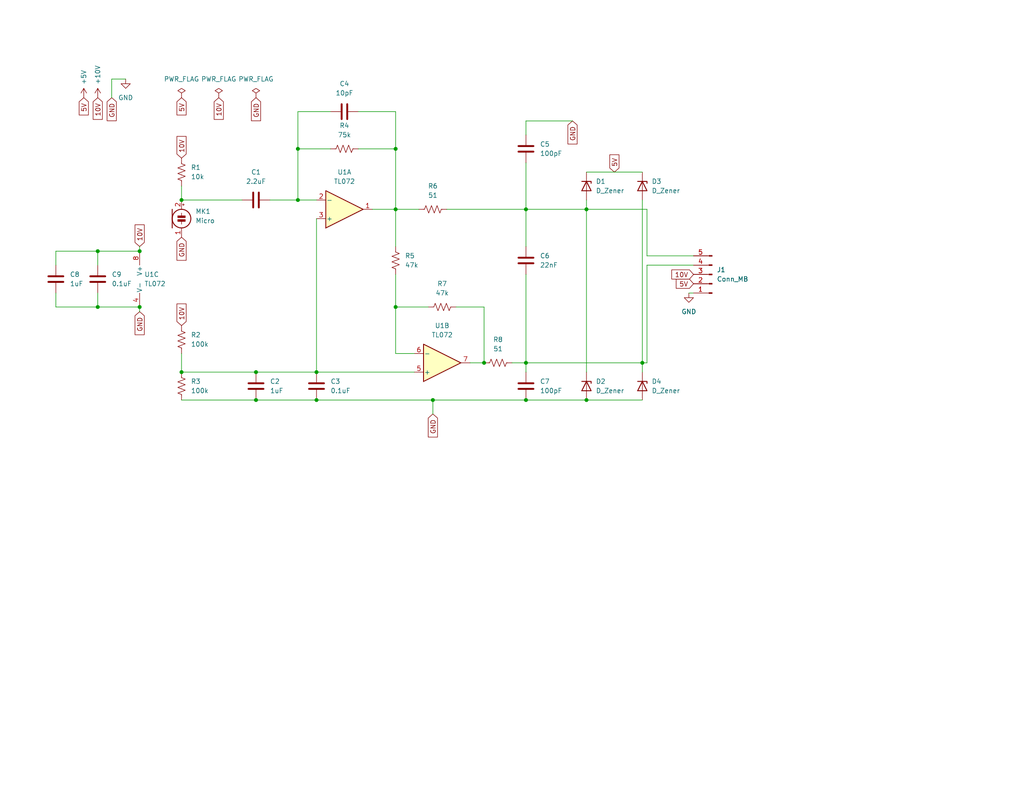
<source format=kicad_sch>
(kicad_sch (version 20211123) (generator eeschema)
  (paper "USLetter")
  (title_block (title "Amplificateur Audio Microphone Electret") (date "2023-01-24") (rev "1") (company "Cégep de Sherbrooke") (comment 1 "Jacob Turcotte et Eric Gingras") (comment 2 "Cours de projet"))
  (lib_symbols
    (symbol "Amplifier_Operational:TL072" (pin_names (offset 0.127))
      (property "Reference" "U" (at 0 5.08 0))
      (property "Value" "TL072" (at 0 -5.08 0))
      (symbol "TL072_1_1"
        (polyline (pts (xy -5.08 5.08) (xy 5.08 0) (xy -5.08 -5.08) (xy -5.08 5.08)) (stroke (width 0.254)) (fill (type background)))
        (pin output line (at 7.62 0 180) (length 2.54) (name "~") (number "1"))
        (pin input line (at -7.62 -2.54 0) (length 2.54) (name "-") (number "2"))
        (pin input line (at -7.62 2.54 0) (length 2.54) (name "+") (number "3"))
      )
      (symbol "TL072_2_1"
        (polyline (pts (xy -5.08 5.08) (xy 5.08 0) (xy -5.08 -5.08) (xy -5.08 5.08)) (stroke (width 0.254)) (fill (type background)))
        (pin input line (at -7.62 2.54 0) (length 2.54) (name "+") (number "5"))
        (pin input line (at -7.62 -2.54 0) (length 2.54) (name "-") (number "6"))
        (pin output line (at 7.62 0 180) (length 2.54) (name "~") (number "7"))
      )
      (symbol "TL072_3_1"
        (pin power_in line (at -2.54 -7.62 90) (length 3.81) (name "V-") (number "4"))
        (pin power_in line (at -2.54 7.62 270) (length 3.81) (name "V+") (number "8"))
      )
    )
    (symbol "Connector:Conn_01x05_Male" (pin_names (offset 1.016) hide)
      (property "Reference" "J" (at 0 7.62 0))
      (property "Value" "Conn_01x05_Male" (at 0 -7.62 0))
      (symbol "Conn_01x05_Male_1_1"
        (polyline (pts (xy 1.27 -5.08) (xy 0.8636 -5.08)) (stroke (width 0.1524)))
        (polyline (pts (xy 1.27 -2.54) (xy 0.8636 -2.54)) (stroke (width 0.1524)))
        (polyline (pts (xy 1.27 0) (xy 0.8636 0)) (stroke (width 0.1524)))
        (polyline (pts (xy 1.27 2.54) (xy 0.8636 2.54)) (stroke (width 0.1524)))
        (polyline (pts (xy 1.27 5.08) (xy 0.8636 5.08)) (stroke (width 0.1524)))
        (rectangle (start 0.8636 -4.953) (end 0 -5.207) (stroke (width 0.1524)) (fill (type outline)))
        (rectangle (start 0.8636 -2.413) (end 0 -2.667) (stroke (width 0.1524)) (fill (type outline)))
        (rectangle (start 0.8636 0.127) (end 0 -0.127) (stroke (width 0.1524)) (fill (type outline)))
        (rectangle (start 0.8636 2.667) (end 0 2.413) (stroke (width 0.1524)) (fill (type outline)))
        (rectangle (start 0.8636 5.207) (end 0 4.953) (stroke (width 0.1524)) (fill (type outline)))
        (pin passive line (at 5.08 5.08 180) (length 3.81) (name "Pin_1") (number "1"))
        (pin passive line (at 5.08 2.54 180) (length 3.81) (name "Pin_2") (number "2"))
        (pin passive line (at 5.08 0 180) (length 3.81) (name "Pin_3") (number "3"))
        (pin passive line (at 5.08 -2.54 180) (length 3.81) (name "Pin_4") (number "4"))
        (pin passive line (at 5.08 -5.08 180) (length 3.81) (name "Pin_5") (number "5"))
      )
    )
    (symbol "Device:C" (pin_numbers hide) (pin_names (offset 0.254))
      (property "Reference" "C" (at 0.635 2.54 0))
      (property "Value" "C" (at 0.635 -2.54 0))
      (symbol "C_0_1"
        (polyline (pts (xy -2.032 -0.762) (xy 2.032 -0.762)) (stroke (width 0.508)))
        (polyline (pts (xy -2.032 0.762) (xy 2.032 0.762)) (stroke (width 0.508)))
      )
      (symbol "C_1_1"
        (pin passive line (at 0 3.81 270) (length 2.794) (name "~") (number "1"))
        (pin passive line (at 0 -3.81 90) (length 2.794) (name "~") (number "2"))
      )
    )
    (symbol "Device:D_Zener" (pin_numbers hide) (pin_names (offset 1.016) hide)
      (property "Reference" "D" (at 0 2.54 0))
      (property "Value" "D_Zener" (at 0 -2.54 0))
      (symbol "D_Zener_0_1"
        (polyline (pts (xy 1.27 0) (xy -1.27 0)))
        (polyline (pts (xy -1.27 -1.27) (xy -1.27 1.27) (xy -0.762 1.27)) (stroke (width 0.254)))
        (polyline (pts (xy 1.27 -1.27) (xy 1.27 1.27) (xy -1.27 0) (xy 1.27 -1.27)) (stroke (width 0.254)))
      )
      (symbol "D_Zener_1_1"
        (pin passive line (at -3.81 0 0) (length 2.54) (name "K") (number "1"))
        (pin passive line (at 3.81 0 180) (length 2.54) (name "A") (number "2"))
      )
    )
    (symbol "Device:Microphone_Condenser" (pin_names (offset 0.0254) hide)
      (property "Reference" "MK" (at -3.302 1.27 0))
      (property "Value" "Microphone_Condenser" (at -3.302 -0.635 0))
      (symbol "Microphone_Condenser_0_1"
        (polyline (pts (xy -2.54 2.54) (xy -2.54 -2.54)) (stroke (width 0.254)))
        (polyline (pts (xy 0 -0.762) (xy 0 -1.524)))
        (polyline (pts (xy 0 0.762) (xy 0 1.524)))
        (polyline (pts (xy 0.254 3.81) (xy 0.762 3.81)))
        (polyline (pts (xy 0.508 4.064) (xy 0.508 3.556)))
        (circle (center 0 0) (radius 2.54) (stroke (width 0.254)))
        (rectangle (start 1.016 -0.254) (end -1.016 -0.762) (fill (type outline)))
        (rectangle (start 1.016 0.762) (end -1.016 0.254) (fill (type outline)))
      )
      (symbol "Microphone_Condenser_1_1"
        (pin passive line (at 0 -5.08 90) (length 2.54) (name "-") (number "1"))
        (pin passive line (at 0 5.08 270) (length 2.54) (name "+") (number "2"))
      )
    )
    (symbol "Device:R_US" (pin_numbers hide) (pin_names (offset 0))
      (property "Reference" "R" (at 2.54 0 90))
      (property "Value" "R_US" (at -2.54 0 90))
      (symbol "R_US_0_1"
        (polyline (pts (xy 0 -2.286) (xy 0 -2.54)))
        (polyline (pts (xy 0 2.286) (xy 0 2.54)))
        (polyline (pts (xy 0 -0.762) (xy 1.016 -1.143) (xy 0 -1.524) (xy -1.016 -1.905) (xy 0 -2.286)))
        (polyline (pts (xy 0 0.762) (xy 1.016 0.381) (xy 0 0) (xy -1.016 -0.381) (xy 0 -0.762)))
        (polyline (pts (xy 0 2.286) (xy 1.016 1.905) (xy 0 1.524) (xy -1.016 1.143) (xy 0 0.762)))
      )
      (symbol "R_US_1_1"
        (pin passive line (at 0 3.81 270) (length 1.27) (name "~") (number "1"))
        (pin passive line (at 0 -3.81 90) (length 1.27) (name "~") (number "2"))
      )
    )
    (symbol "power:+10V" (power) (pin_names (offset 0))
      (property "Value" "+10V" (at 0 3.556 0))
      (symbol "+10V_0_1"
        (polyline (pts (xy -0.762 1.27) (xy 0 2.54)))
        (polyline (pts (xy 0 0) (xy 0 2.54)))
        (polyline (pts (xy 0 2.54) (xy 0.762 1.27)))
      )
      (symbol "+10V_1_1"
        (pin power_in line (at 0 0 90) (length 0) hide (name "+10V") (number "1"))
      )
    )
    (symbol "power:+5V" (power) (pin_names (offset 0))
      (property "Value" "+5V" (at 0 3.556 0))
      (symbol "+5V_0_1"
        (polyline (pts (xy -0.762 1.27) (xy 0 2.54)))
        (polyline (pts (xy 0 0) (xy 0 2.54)))
        (polyline (pts (xy 0 2.54) (xy 0.762 1.27)))
      )
      (symbol "+5V_1_1"
        (pin power_in line (at 0 0 90) (length 0) hide (name "+5V") (number "1"))
      )
    )
    (symbol "power:GND" (power) (pin_names (offset 0))
      (property "Value" "GND" (at 0 -3.81 0))
      (symbol "GND_0_1"
        (polyline (pts (xy 0 0) (xy 0 -1.27) (xy 1.27 -1.27) (xy 0 -2.54) (xy -1.27 -1.27) (xy 0 -1.27)))
      )
      (symbol "GND_1_1"
        (pin power_in line (at 0 0 270) (length 0) hide (name "GND") (number "1"))
      )
    )
    (symbol "power:PWR_FLAG" (power) (pin_numbers hide) (pin_names (offset 0) hide)
      (property "Value" "PWR_FLAG" (at 0 3.81 0))
      (symbol "PWR_FLAG_0_0"
        (pin power_out line (at 0 0 90) (length 0) (name "pwr") (number "1"))
      )
      (symbol "PWR_FLAG_0_1"
        (polyline (pts (xy 0 0) (xy 0 1.27) (xy -1.016 1.905) (xy 0 2.54) (xy 1.016 1.905) (xy 0 1.27)))
      )
    )
  )
  (junction (at 69.85 109.22))
  (junction (at 38.1 68.58))
  (junction (at 81.28 40.64))
  (junction (at 26.67 83.82))
  (junction (at 49.53 101.6))
  (junction (at 118.11 109.22))
  (junction (at 81.28 54.61))
  (junction (at 49.53 54.61))
  (junction (at 86.36 109.22))
  (junction (at 160.02 109.22))
  (junction (at 143.51 57.15))
  (junction (at 107.95 83.82))
  (junction (at 143.51 109.22))
  (junction (at 107.95 57.15))
  (junction (at 38.1 83.82))
  (junction (at 69.85 101.6))
  (junction (at 26.67 68.58))
  (junction (at 86.36 101.6))
  (junction (at 160.02 57.15))
  (junction (at 107.95 40.64))
  (junction (at 175.26 99.06))
  (junction (at 132.08 99.06))
  (junction (at 143.51 99.06))
  (wire (pts (xy 143.51 57.15) (xy 143.51 44.45)))
  (wire (pts (xy 189.23 72.39) (xy 176.53 72.39)))
  (wire (pts (xy 73.66 54.61) (xy 81.28 54.61)))
  (wire (pts (xy 30.48 21.59) (xy 34.29 21.59)))
  (wire (pts (xy 97.79 30.48) (xy 107.95 30.48)))
  (wire (pts (xy 86.36 101.6) (xy 86.36 59.69)))
  (wire (pts (xy 107.95 96.52) (xy 107.95 83.82)))
  (wire (pts (xy 160.02 54.61) (xy 160.02 57.15)))
  (wire (pts (xy 175.26 101.6) (xy 175.26 99.06)))
  (wire (pts (xy 175.26 54.61) (xy 175.26 99.06)))
  (wire (pts (xy 101.6 57.15) (xy 107.95 57.15)))
  (wire (pts (xy 38.1 67.31) (xy 38.1 68.58)))
  (wire (pts (xy 118.11 113.03) (xy 118.11 109.22)))
  (wire (pts (xy 113.03 96.52) (xy 107.95 96.52)))
  (wire (pts (xy 69.85 101.6) (xy 86.36 101.6)))
  (wire (pts (xy 107.95 30.48) (xy 107.95 40.64)))
  (wire (pts (xy 15.24 80.01) (xy 15.24 83.82)))
  (wire (pts (xy 176.53 99.06) (xy 175.26 99.06)))
  (wire (pts (xy 49.53 50.8) (xy 49.53 54.61)))
  (wire (pts (xy 189.23 69.85) (xy 176.53 69.85)))
  (wire (pts (xy 118.11 109.22) (xy 143.51 109.22)))
  (wire (pts (xy 132.08 83.82) (xy 132.08 99.06)))
  (wire (pts (xy 176.53 72.39) (xy 176.53 99.06)))
  (wire (pts (xy 86.36 109.22) (xy 118.11 109.22)))
  (wire (pts (xy 121.92 57.15) (xy 143.51 57.15)))
  (wire (pts (xy 114.3 57.15) (xy 107.95 57.15)))
  (wire (pts (xy 66.04 54.61) (xy 49.53 54.61)))
  (wire (pts (xy 15.24 83.82) (xy 26.67 83.82)))
  (wire (pts (xy 15.24 68.58) (xy 26.67 68.58)))
  (wire (pts (xy 160.02 109.22) (xy 175.26 109.22)))
  (wire (pts (xy 113.03 101.6) (xy 86.36 101.6)))
  (wire (pts (xy 107.95 40.64) (xy 107.95 57.15)))
  (wire (pts (xy 107.95 74.93) (xy 107.95 83.82)))
  (wire (pts (xy 160.02 57.15) (xy 143.51 57.15)))
  (wire (pts (xy 97.79 40.64) (xy 107.95 40.64)))
  (wire (pts (xy 143.51 36.83) (xy 143.51 33.02)))
  (wire (pts (xy 143.51 67.31) (xy 143.51 57.15)))
  (wire (pts (xy 81.28 40.64) (xy 81.28 54.61)))
  (wire (pts (xy 90.17 40.64) (xy 81.28 40.64)))
  (wire (pts (xy 90.17 30.48) (xy 81.28 30.48)))
  (wire (pts (xy 26.67 83.82) (xy 38.1 83.82)))
  (wire (pts (xy 160.02 46.99) (xy 175.26 46.99)))
  (wire (pts (xy 116.84 83.82) (xy 107.95 83.82)))
  (wire (pts (xy 124.46 83.82) (xy 132.08 83.82)))
  (wire (pts (xy 26.67 68.58) (xy 38.1 68.58)))
  (wire (pts (xy 187.96 80.01) (xy 189.23 80.01)))
  (wire (pts (xy 38.1 85.09) (xy 38.1 83.82)))
  (wire (pts (xy 175.26 99.06) (xy 143.51 99.06)))
  (wire (pts (xy 107.95 67.31) (xy 107.95 57.15)))
  (wire (pts (xy 69.85 101.6) (xy 49.53 101.6)))
  (wire (pts (xy 49.53 109.22) (xy 69.85 109.22)))
  (wire (pts (xy 176.53 57.15) (xy 160.02 57.15)))
  (wire (pts (xy 132.08 99.06) (xy 128.27 99.06)))
  (wire (pts (xy 86.36 54.61) (xy 81.28 54.61)))
  (wire (pts (xy 143.51 74.93) (xy 143.51 99.06)))
  (wire (pts (xy 30.48 26.67) (xy 30.48 21.59)))
  (wire (pts (xy 26.67 72.39) (xy 26.67 68.58)))
  (wire (pts (xy 26.67 80.01) (xy 26.67 83.82)))
  (wire (pts (xy 49.53 101.6) (xy 49.53 96.52)))
  (wire (pts (xy 143.51 33.02) (xy 156.21 33.02)))
  (wire (pts (xy 81.28 30.48) (xy 81.28 40.64)))
  (wire (pts (xy 160.02 101.6) (xy 160.02 57.15)))
  (wire (pts (xy 15.24 72.39) (xy 15.24 68.58)))
  (wire (pts (xy 139.7 99.06) (xy 143.51 99.06)))
  (wire (pts (xy 143.51 109.22) (xy 160.02 109.22)))
  (wire (pts (xy 69.85 109.22) (xy 86.36 109.22)))
  (wire (pts (xy 143.51 99.06) (xy 143.51 101.6)))
  (wire (pts (xy 176.53 69.85) (xy 176.53 57.15)))
  (global_label "5V" (shape input) (at 22.86 26.67 270) (property "Intersheet References" "${INTERSHEET_REFS}" (effects hide)))
  (global_label "10V" (shape input) (at 59.69 26.67 270) (property "Intersheet References" "${INTERSHEET_REFS}" (effects hide)))
  (global_label "GND" (shape input) (at 156.21 33.02 270) (property "Intersheet References" "${INTERSHEET_REFS}" (effects hide)))
  (global_label "10V" (shape input) (at 189.23 74.93 180) (property "Intersheet References" "${INTERSHEET_REFS}" (effects hide)))
  (global_label "10V" (shape input) (at 49.53 43.18 90) (property "Intersheet References" "${INTERSHEET_REFS}" (effects hide)))
  (global_label "GND" (shape input) (at 30.48 26.67 270) (property "Intersheet References" "${INTERSHEET_REFS}" (effects hide)))
  (global_label "GND" (shape input) (at 49.53 64.77 270) (property "Intersheet References" "${INTERSHEET_REFS}" (effects hide)))
  (global_label "10V" (shape input) (at 49.53 88.9 90) (property "Intersheet References" "${INTERSHEET_REFS}" (effects hide)))
  (global_label "10V" (shape input) (at 38.1 67.31 90) (property "Intersheet References" "${INTERSHEET_REFS}" (effects hide)))
  (global_label "GND" (shape input) (at 38.1 85.09 270) (property "Intersheet References" "${INTERSHEET_REFS}" (effects hide)))
  (global_label "5V" (shape input) (at 49.53 26.67 270) (property "Intersheet References" "${INTERSHEET_REFS}" (effects hide)))
  (global_label "GND" (shape input) (at 69.85 26.67 270) (property "Intersheet References" "${INTERSHEET_REFS}" (effects hide)))
  (global_label "5V" (shape input) (at 167.64 46.99 90) (property "Intersheet References" "${INTERSHEET_REFS}" (effects hide)))
  (global_label "10V" (shape input) (at 26.67 26.67 270) (property "Intersheet References" "${INTERSHEET_REFS}" (effects hide)))
  (global_label "5V" (shape input) (at 189.23 77.47 180) (property "Intersheet References" "${INTERSHEET_REFS}" (effects hide)))
  (global_label "GND" (shape input) (at 118.11 113.03 270) (property "Intersheet References" "${INTERSHEET_REFS}" (effects hide)))
  (symbol (lib_id "power:GND") (at 34.29 21.59 0) (unit 1)
    (property "Reference" "#PWR0104" (effects hide))
    (property "Value" "GND" (at 34.29 26.67 0))
  )
  (symbol (lib_id "Device:C") (at 15.24 76.2 180) (unit 1)
    (property "Reference" "C8" (at 19.05 74.9299 0) (effects (justify right)))
    (property "Value" "1uF" (at 19.05 77.4699 0) (effects (justify right)))
    (property "Footprint" "Capacitor_SMD:C_0805_2012Metric_Pad1.18x1.45mm_HandSolder" (effects hide))
  )
  (symbol (lib_id "Device:D_Zener") (at 160.02 105.41 270) (unit 1)
    (property "Reference" "D2" (at 162.56 104.1399 90) (effects (justify left)))
    (property "Value" "D_Zener" (at 162.56 106.6799 90) (effects (justify left)))
    (property "Footprint" "Diode_SMD:D_SOD-123" (effects hide))
  )
  (symbol (lib_id "Device:C") (at 69.85 105.41 180) (unit 1)
    (property "Reference" "C2" (at 73.66 104.1399 0) (effects (justify right)))
    (property "Value" "1uF" (at 73.66 106.6799 0) (effects (justify right)))
    (property "Footprint" "Capacitor_SMD:C_0805_2012Metric_Pad1.18x1.45mm_HandSolder" (effects hide))
  )
  (symbol (lib_id "power:+5V") (at 22.86 26.67 0) (unit 1)
    (property "Reference" "#PWR0106" (effects hide))
    (property "Value" "+5V" (at 22.86 19.05 90) (effects (justify right)))
  )
  (symbol (lib_id "Device:R_US") (at 135.89 99.06 90) (unit 1)
    (property "Reference" "R8" (at 135.89 92.71 90))
    (property "Value" "51" (at 135.89 95.25 90))
    (property "Footprint" "Resistor_SMD:R_0805_2012Metric_Pad1.20x1.40mm_HandSolder" (effects hide))
  )
  (symbol (lib_id "power:+10V") (at 26.67 26.67 0) (unit 1)
    (property "Reference" "#PWR0105" (effects hide))
    (property "Value" "+10V" (at 26.67 17.78 90) (effects (justify right)))
  )
  (symbol (lib_id "Device:R_US") (at 118.11 57.15 90) (unit 1)
    (property "Reference" "R6" (at 118.11 50.8 90))
    (property "Value" "51" (at 118.11 53.34 90))
    (property "Footprint" "Resistor_SMD:R_0805_2012Metric_Pad1.20x1.40mm_HandSolder" (effects hide))
  )
  (symbol (lib_id "power:PWR_FLAG") (at 69.85 26.67 0) (unit 1)
    (property "Reference" "#FLG0101" (effects hide))
    (property "Value" "PWR_FLAG" (at 69.85 21.59 0))
  )
  (symbol (lib_id "Device:R_US") (at 49.53 105.41 0) (unit 1)
    (property "Reference" "R3" (at 52.07 104.1399 0) (effects (justify left)))
    (property "Value" "100k" (at 52.07 106.6799 0) (effects (justify left)))
    (property "Footprint" "Resistor_SMD:R_0805_2012Metric_Pad1.20x1.40mm_HandSolder" (effects hide))
  )
  (symbol (lib_id "Amplifier_Operational:TL072") (at 40.64 76.2 0) (unit 3)
    (property "Reference" "U1" (at 39.37 74.9299 0) (effects (justify left)))
    (property "Value" "TL072" (at 39.37 77.4699 0) (effects (justify left)))
    (property "Footprint" "Package_TO_SOT_SMD:SOT-23-8_Handsoldering" (effects hide))
    (property "Datasheet" "http://www.ti.com/lit/ds/symlink/tl071.pdf" (effects hide))
  )
  (symbol (lib_id "Device:C") (at 93.98 30.48 90) (unit 1)
    (property "Reference" "C4" (at 93.98 22.86 90))
    (property "Value" "10pF" (at 93.98 25.4 90))
    (property "Footprint" "Capacitor_SMD:C_0805_2012Metric_Pad1.18x1.45mm_HandSolder" (effects hide))
  )
  (symbol (lib_id "Device:C") (at 143.51 40.64 180) (unit 1)
    (property "Reference" "C5" (at 147.32 39.3699 0) (effects (justify right)))
    (property "Value" "100pF" (at 147.32 41.9099 0) (effects (justify right)))
    (property "Footprint" "Capacitor_SMD:C_0805_2012Metric_Pad1.18x1.45mm_HandSolder" (effects hide))
  )
  (symbol (lib_id "Device:R_US") (at 120.65 83.82 90) (unit 1)
    (property "Reference" "R7" (at 120.65 77.47 90))
    (property "Value" "47k" (at 120.65 80.01 90))
    (property "Footprint" "Resistor_SMD:R_0805_2012Metric_Pad1.20x1.40mm_HandSolder" (effects hide))
  )
  (symbol (lib_id "Device:C") (at 143.51 71.12 180) (unit 1)
    (property "Reference" "C6" (at 147.32 69.8499 0) (effects (justify right)))
    (property "Value" "22nF" (at 147.32 72.3899 0) (effects (justify right)))
    (property "Footprint" "Capacitor_SMD:C_0805_2012Metric_Pad1.18x1.45mm_HandSolder" (effects hide))
  )
  (symbol (lib_id "Device:C") (at 69.85 54.61 90) (unit 1)
    (property "Reference" "C1" (at 69.85 46.99 90))
    (property "Value" "2.2uF" (at 69.85 49.53 90))
    (property "Footprint" "Capacitor_SMD:C_0805_2012Metric_Pad1.18x1.45mm_HandSolder" (effects hide))
  )
  (symbol (lib_id "power:PWR_FLAG") (at 59.69 26.67 0) (unit 1)
    (property "Reference" "#FLG0103" (effects hide))
    (property "Value" "PWR_FLAG" (at 59.69 21.59 0))
  )
  (symbol (lib_id "Device:Microphone_Condenser") (at 49.53 59.69 0) (unit 1)
    (property "Reference" "MK1" (at 53.34 57.7214 0) (effects (justify left)))
    (property "Value" "Micro" (at 53.34 60.2614 0) (effects (justify left)))
    (property "Footprint" "Connector_PinSocket_2.00mm:PinSocket_1x02_P2.00mm_Vertical" (effects hide))
  )
  (symbol (lib_id "Amplifier_Operational:TL072") (at 120.65 99.06 0) (mirror x) (unit 2)
    (property "Reference" "U1" (at 120.65 88.9 0))
    (property "Value" "TL072" (at 120.65 91.44 0))
    (property "Footprint" "Package_TO_SOT_SMD:SOT-23-8_Handsoldering" (effects hide))
    (property "Datasheet" "http://www.ti.com/lit/ds/symlink/tl071.pdf" (effects hide))
  )
  (symbol (lib_id "Device:R_US") (at 93.98 40.64 90) (unit 1)
    (property "Reference" "R4" (at 93.98 34.29 90))
    (property "Value" "75k" (at 93.98 36.83 90))
    (property "Footprint" "Resistor_SMD:R_0805_2012Metric_Pad1.20x1.40mm_HandSolder" (effects hide))
  )
  (symbol (lib_id "Device:R_US") (at 49.53 46.99 0) (unit 1)
    (property "Reference" "R1" (at 52.07 45.7199 0) (effects (justify left)))
    (property "Value" "10k" (at 52.07 48.2599 0) (effects (justify left)))
    (property "Footprint" "Resistor_SMD:R_0805_2012Metric_Pad1.20x1.40mm_HandSolder" (effects hide))
  )
  (symbol (lib_id "Amplifier_Operational:TL072") (at 93.98 57.15 0) (mirror x) (unit 1)
    (property "Reference" "U1" (at 93.98 46.99 0))
    (property "Value" "TL072" (at 93.98 49.53 0))
    (property "Footprint" "Package_TO_SOT_SMD:SOT-23-8_Handsoldering" (effects hide))
    (property "Datasheet" "http://www.ti.com/lit/ds/symlink/tl071.pdf" (effects hide))
  )
  (symbol (lib_id "power:GND") (at 187.96 80.01 0) (unit 1)
    (property "Reference" "#PWR0102" (effects hide))
    (property "Value" "GND" (at 187.96 85.09 0))
  )
  (symbol (lib_id "Device:D_Zener") (at 175.26 105.41 270) (unit 1)
    (property "Reference" "D4" (at 177.8 104.1399 90) (effects (justify left)))
    (property "Value" "D_Zener" (at 177.8 106.6799 90) (effects (justify left)))
    (property "Footprint" "Diode_SMD:D_SOD-123" (effects hide))
  )
  (symbol (lib_id "Connector:Conn_01x05_Male") (at 194.31 74.93 180) (unit 1)
    (property "Reference" "J1" (at 195.58 73.6599 0) (effects (justify right)))
    (property "Value" "Conn_MB" (at 195.58 76.1999 0) (effects (justify right)))
    (property "Footprint" "Connector_PinSocket_2.00mm:PinSocket_1x05_P2.00mm_Vertical" (effects hide))
  )
  (symbol (lib_id "power:PWR_FLAG") (at 49.53 26.67 0) (unit 1)
    (property "Reference" "#FLG0102" (effects hide))
    (property "Value" "PWR_FLAG" (at 49.53 21.59 0))
  )
  (symbol (lib_id "Device:C") (at 86.36 105.41 180) (unit 1)
    (property "Reference" "C3" (at 90.17 104.1399 0) (effects (justify right)))
    (property "Value" "0.1uF" (at 90.17 106.6799 0) (effects (justify right)))
    (property "Footprint" "Capacitor_SMD:C_0805_2012Metric_Pad1.18x1.45mm_HandSolder" (effects hide))
  )
  (symbol (lib_id "Device:C") (at 143.51 105.41 180) (unit 1)
    (property "Reference" "C7" (at 147.32 104.1399 0) (effects (justify right)))
    (property "Value" "100pF" (at 147.32 106.6799 0) (effects (justify right)))
    (property "Footprint" "Capacitor_SMD:C_0805_2012Metric_Pad1.18x1.45mm_HandSolder" (effects hide))
  )
  (symbol (lib_id "Device:D_Zener") (at 175.26 50.8 270) (unit 1)
    (property "Reference" "D3" (at 177.8 49.5299 90) (effects (justify left)))
    (property "Value" "D_Zener" (at 177.8 52.0699 90) (effects (justify left)))
    (property "Footprint" "Diode_SMD:D_SOD-123" (effects hide))
  )
  (symbol (lib_id "Device:R_US") (at 49.53 92.71 0) (unit 1)
    (property "Reference" "R2" (at 52.07 91.4399 0) (effects (justify left)))
    (property "Value" "100k" (at 52.07 93.9799 0) (effects (justify left)))
    (property "Footprint" "Resistor_SMD:R_0805_2012Metric_Pad1.20x1.40mm_HandSolder" (effects hide))
  )
  (symbol (lib_id "Device:R_US") (at 107.95 71.12 0) (unit 1)
    (property "Reference" "R5" (at 110.49 69.8499 0) (effects (justify left)))
    (property "Value" "47k" (at 110.49 72.3899 0) (effects (justify left)))
    (property "Footprint" "Resistor_SMD:R_0805_2012Metric_Pad1.20x1.40mm_HandSolder" (effects hide))
  )
  (symbol (lib_id "Device:D_Zener") (at 160.02 50.8 270) (unit 1)
    (property "Reference" "D1" (at 162.56 49.5299 90) (effects (justify left)))
    (property "Value" "D_Zener" (at 162.56 52.0699 90) (effects (justify left)))
    (property "Footprint" "Diode_SMD:D_SOD-123" (effects hide))
  )
  (symbol (lib_id "Device:C") (at 26.67 76.2 180) (unit 1)
    (property "Reference" "C9" (at 30.48 74.9299 0) (effects (justify right)))
    (property "Value" "0.1uF" (at 30.48 77.4699 0) (effects (justify right)))
    (property "Footprint" "Capacitor_SMD:C_0805_2012Metric_Pad1.18x1.45mm_HandSolder" (effects hide))
  )
)
</source>
